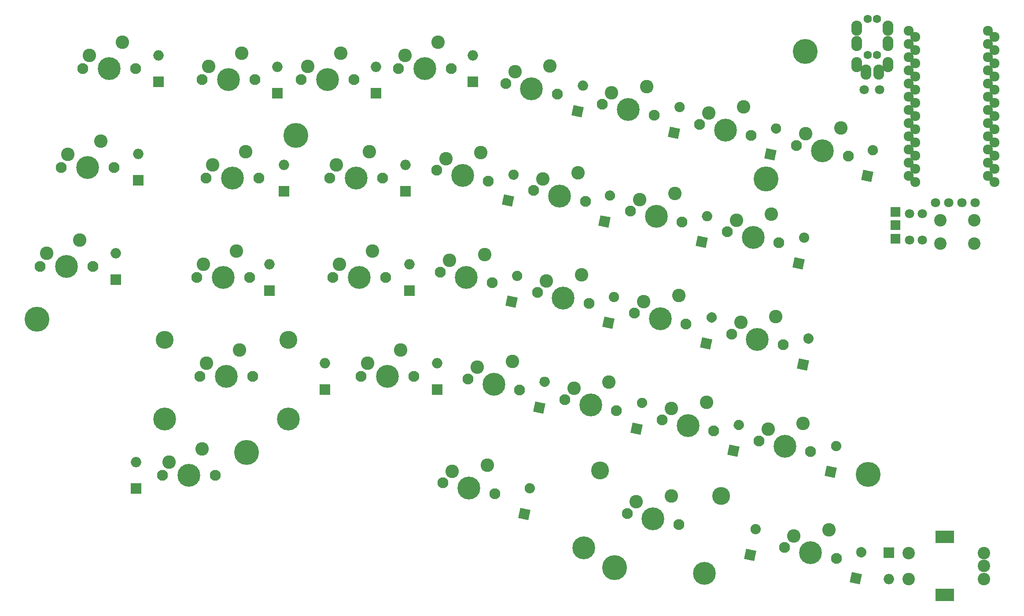
<source format=gts>
G04 #@! TF.GenerationSoftware,KiCad,Pcbnew,(5.1.6)-1*
G04 #@! TF.CreationDate,2020-10-03T18:09:44-07:00*
G04 #@! TF.ProjectId,Alipt-Keyboard-Left,416c6970-742d-44b6-9579-626f6172642d,rev?*
G04 #@! TF.SameCoordinates,Original*
G04 #@! TF.FileFunction,Soldermask,Top*
G04 #@! TF.FilePolarity,Negative*
%FSLAX46Y46*%
G04 Gerber Fmt 4.6, Leading zero omitted, Abs format (unit mm)*
G04 Created by KiCad (PCBNEW (5.1.6)-1) date 2020-10-03 18:09:44*
%MOMM*%
%LPD*%
G01*
G04 APERTURE LIST*
%ADD10C,4.800000*%
%ADD11C,2.600000*%
%ADD12C,4.400000*%
%ADD13C,2.100000*%
%ADD14C,1.924000*%
%ADD15O,2.000000X2.000000*%
%ADD16R,2.000000X2.000000*%
%ADD17C,0.100000*%
%ADD18R,1.924000X1.924000*%
%ADD19O,2.100000X2.900000*%
%ADD20C,1.600000*%
%ADD21C,1.797000*%
%ADD22C,3.450000*%
%ADD23C,2.400000*%
%ADD24R,3.600000X2.400000*%
G04 APERTURE END LIST*
D10*
X151638000Y-150368000D03*
X40513004Y-102489003D03*
D11*
X192849500Y-143065500D03*
X186110167Y-144229756D03*
D12*
X189308814Y-147506394D03*
D13*
X184339824Y-146450203D03*
X194277804Y-148562586D03*
D10*
X188277500Y-50927000D03*
X180721000Y-75501500D03*
X90360504Y-67119500D03*
X80835496Y-128142993D03*
X200405991Y-132397505D03*
D14*
X223399500Y-46952000D03*
X223399500Y-49492000D03*
X223399500Y-52032000D03*
X223399500Y-54572000D03*
X223399500Y-57112000D03*
X223399500Y-59652000D03*
X223399500Y-62192000D03*
X223399500Y-64732000D03*
X223399500Y-67272000D03*
X223399500Y-69812000D03*
X223399500Y-72352000D03*
X223399500Y-74892000D03*
X208159500Y-74892000D03*
X208159500Y-72352000D03*
X208159500Y-69812000D03*
X208159500Y-67272000D03*
X208159500Y-64732000D03*
X208159500Y-62192000D03*
X208159500Y-59652000D03*
X208159500Y-57112000D03*
X208159500Y-54572000D03*
X208159500Y-52032000D03*
X208159500Y-49492000D03*
X208159500Y-46952000D03*
X224698315Y-58307745D03*
X224698315Y-63387745D03*
X209458315Y-48147745D03*
X224698315Y-50687745D03*
X224698315Y-73547745D03*
X209458315Y-76087745D03*
X224698315Y-65927745D03*
X224698315Y-68467745D03*
X209458315Y-65927745D03*
X209458315Y-71007745D03*
X209458315Y-58307745D03*
X209458315Y-55767745D03*
X209458315Y-50687745D03*
X209458315Y-60847745D03*
X224698315Y-76087745D03*
X209458315Y-68467745D03*
X224698315Y-48147745D03*
X224698315Y-53227745D03*
X209458315Y-73547745D03*
X224698315Y-55767745D03*
X224698315Y-60847745D03*
X209458315Y-63387745D03*
X224698315Y-71007745D03*
X209458315Y-53227745D03*
D15*
X204406500Y-152527000D03*
D16*
X204406500Y-147447000D03*
G36*
G01*
X198851327Y-148373411D02*
X198851327Y-148373411D01*
G75*
G02*
X198081091Y-147187351I207912J978148D01*
G01*
X198081091Y-147187351D01*
G75*
G02*
X199267151Y-146417115I978148J-207912D01*
G01*
X199267151Y-146417115D01*
G75*
G02*
X200037387Y-147603175I-207912J-978148D01*
G01*
X200037387Y-147603175D01*
G75*
G02*
X198851327Y-148373411I-978148J207912D01*
G01*
G37*
D17*
G36*
X198773284Y-153550312D02*
G01*
X196816989Y-153134489D01*
X197232812Y-151178194D01*
X199189107Y-151594017D01*
X198773284Y-153550312D01*
G37*
G36*
G01*
X178531327Y-143928411D02*
X178531327Y-143928411D01*
G75*
G02*
X177761091Y-142742351I207912J978148D01*
G01*
X177761091Y-142742351D01*
G75*
G02*
X178947151Y-141972115I978148J-207912D01*
G01*
X178947151Y-141972115D01*
G75*
G02*
X179717387Y-143158175I-207912J-978148D01*
G01*
X179717387Y-143158175D01*
G75*
G02*
X178531327Y-143928411I-978148J207912D01*
G01*
G37*
G36*
X178453284Y-149105312D02*
G01*
X176496989Y-148689489D01*
X176912812Y-146733194D01*
X178869107Y-147149017D01*
X178453284Y-149105312D01*
G37*
G36*
G01*
X135097327Y-136054411D02*
X135097327Y-136054411D01*
G75*
G02*
X134327091Y-134868351I207912J978148D01*
G01*
X134327091Y-134868351D01*
G75*
G02*
X135513151Y-134098115I978148J-207912D01*
G01*
X135513151Y-134098115D01*
G75*
G02*
X136283387Y-135284175I-207912J-978148D01*
G01*
X136283387Y-135284175D01*
G75*
G02*
X135097327Y-136054411I-978148J207912D01*
G01*
G37*
G36*
X135019284Y-141231312D02*
G01*
X133062989Y-140815489D01*
X133478812Y-138859194D01*
X135435107Y-139275017D01*
X135019284Y-141231312D01*
G37*
D15*
X59626500Y-130048000D03*
D16*
X59626500Y-135128000D03*
G36*
G01*
X194025327Y-127926411D02*
X194025327Y-127926411D01*
G75*
G02*
X193255091Y-126740351I207912J978148D01*
G01*
X193255091Y-126740351D01*
G75*
G02*
X194441151Y-125970115I978148J-207912D01*
G01*
X194441151Y-125970115D01*
G75*
G02*
X195211387Y-127156175I-207912J-978148D01*
G01*
X195211387Y-127156175D01*
G75*
G02*
X194025327Y-127926411I-978148J207912D01*
G01*
G37*
D17*
G36*
X193947284Y-133103312D02*
G01*
X191990989Y-132687489D01*
X192406812Y-130731194D01*
X194363107Y-131147017D01*
X193947284Y-133103312D01*
G37*
G36*
G01*
X175292827Y-123862411D02*
X175292827Y-123862411D01*
G75*
G02*
X174522591Y-122676351I207912J978148D01*
G01*
X174522591Y-122676351D01*
G75*
G02*
X175708651Y-121906115I978148J-207912D01*
G01*
X175708651Y-121906115D01*
G75*
G02*
X176478887Y-123092175I-207912J-978148D01*
G01*
X176478887Y-123092175D01*
G75*
G02*
X175292827Y-123862411I-978148J207912D01*
G01*
G37*
G36*
X175214784Y-129039312D02*
G01*
X173258489Y-128623489D01*
X173674312Y-126667194D01*
X175630607Y-127083017D01*
X175214784Y-129039312D01*
G37*
G36*
G01*
X156687327Y-119607911D02*
X156687327Y-119607911D01*
G75*
G02*
X155917091Y-118421851I207912J978148D01*
G01*
X155917091Y-118421851D01*
G75*
G02*
X157103151Y-117651615I978148J-207912D01*
G01*
X157103151Y-117651615D01*
G75*
G02*
X157873387Y-118837675I-207912J-978148D01*
G01*
X157873387Y-118837675D01*
G75*
G02*
X156687327Y-119607911I-978148J207912D01*
G01*
G37*
G36*
X156609284Y-124784812D02*
G01*
X154652989Y-124368989D01*
X155068812Y-122412694D01*
X157025107Y-122828517D01*
X156609284Y-124784812D01*
G37*
G36*
G01*
X137954827Y-115543911D02*
X137954827Y-115543911D01*
G75*
G02*
X137184591Y-114357851I207912J978148D01*
G01*
X137184591Y-114357851D01*
G75*
G02*
X138370651Y-113587615I978148J-207912D01*
G01*
X138370651Y-113587615D01*
G75*
G02*
X139140887Y-114773675I-207912J-978148D01*
G01*
X139140887Y-114773675D01*
G75*
G02*
X137954827Y-115543911I-978148J207912D01*
G01*
G37*
G36*
X137876784Y-120720812D02*
G01*
X135920489Y-120304989D01*
X136336312Y-118348694D01*
X138292607Y-118764517D01*
X137876784Y-120720812D01*
G37*
D15*
X117475000Y-110998000D03*
D16*
X117475000Y-116078000D03*
D15*
X95885000Y-110998000D03*
D16*
X95885000Y-116078000D03*
D15*
X55689500Y-89852500D03*
D16*
X55689500Y-94932500D03*
G36*
G01*
X188691327Y-107225411D02*
X188691327Y-107225411D01*
G75*
G02*
X187921091Y-106039351I207912J978148D01*
G01*
X187921091Y-106039351D01*
G75*
G02*
X189107151Y-105269115I978148J-207912D01*
G01*
X189107151Y-105269115D01*
G75*
G02*
X189877387Y-106455175I-207912J-978148D01*
G01*
X189877387Y-106455175D01*
G75*
G02*
X188691327Y-107225411I-978148J207912D01*
G01*
G37*
D17*
G36*
X188613284Y-112402312D02*
G01*
X186656989Y-111986489D01*
X187072812Y-110030194D01*
X189029107Y-110446017D01*
X188613284Y-112402312D01*
G37*
G36*
G01*
X170085827Y-103161411D02*
X170085827Y-103161411D01*
G75*
G02*
X169315591Y-101975351I207912J978148D01*
G01*
X169315591Y-101975351D01*
G75*
G02*
X170501651Y-101205115I978148J-207912D01*
G01*
X170501651Y-101205115D01*
G75*
G02*
X171271887Y-102391175I-207912J-978148D01*
G01*
X171271887Y-102391175D01*
G75*
G02*
X170085827Y-103161411I-978148J207912D01*
G01*
G37*
G36*
X170007784Y-108338312D02*
G01*
X168051489Y-107922489D01*
X168467312Y-105966194D01*
X170423607Y-106382017D01*
X170007784Y-108338312D01*
G37*
G36*
G01*
X151289827Y-99224411D02*
X151289827Y-99224411D01*
G75*
G02*
X150519591Y-98038351I207912J978148D01*
G01*
X150519591Y-98038351D01*
G75*
G02*
X151705651Y-97268115I978148J-207912D01*
G01*
X151705651Y-97268115D01*
G75*
G02*
X152475887Y-98454175I-207912J-978148D01*
G01*
X152475887Y-98454175D01*
G75*
G02*
X151289827Y-99224411I-978148J207912D01*
G01*
G37*
G36*
X151211784Y-104401312D02*
G01*
X149255489Y-103985489D01*
X149671312Y-102029194D01*
X151627607Y-102445017D01*
X151211784Y-104401312D01*
G37*
G36*
G01*
X132684327Y-95160411D02*
X132684327Y-95160411D01*
G75*
G02*
X131914091Y-93974351I207912J978148D01*
G01*
X131914091Y-93974351D01*
G75*
G02*
X133100151Y-93204115I978148J-207912D01*
G01*
X133100151Y-93204115D01*
G75*
G02*
X133870387Y-94390175I-207912J-978148D01*
G01*
X133870387Y-94390175D01*
G75*
G02*
X132684327Y-95160411I-978148J207912D01*
G01*
G37*
G36*
X132606284Y-100337312D02*
G01*
X130649989Y-99921489D01*
X131065812Y-97965194D01*
X133022107Y-98381017D01*
X132606284Y-100337312D01*
G37*
D15*
X112204500Y-91948000D03*
D16*
X112204500Y-97028000D03*
D15*
X85280500Y-91948000D03*
D16*
X85280500Y-97028000D03*
D15*
X60007500Y-70675500D03*
D16*
X60007500Y-75755500D03*
G36*
G01*
X187865827Y-87794411D02*
X187865827Y-87794411D01*
G75*
G02*
X187095591Y-86608351I207912J978148D01*
G01*
X187095591Y-86608351D01*
G75*
G02*
X188281651Y-85838115I978148J-207912D01*
G01*
X188281651Y-85838115D01*
G75*
G02*
X189051887Y-87024175I-207912J-978148D01*
G01*
X189051887Y-87024175D01*
G75*
G02*
X187865827Y-87794411I-978148J207912D01*
G01*
G37*
D17*
G36*
X187787784Y-92971312D02*
G01*
X185831489Y-92555489D01*
X186247312Y-90599194D01*
X188203607Y-91015017D01*
X187787784Y-92971312D01*
G37*
G36*
G01*
X169196827Y-83666911D02*
X169196827Y-83666911D01*
G75*
G02*
X168426591Y-82480851I207912J978148D01*
G01*
X168426591Y-82480851D01*
G75*
G02*
X169612651Y-81710615I978148J-207912D01*
G01*
X169612651Y-81710615D01*
G75*
G02*
X170382887Y-82896675I-207912J-978148D01*
G01*
X170382887Y-82896675D01*
G75*
G02*
X169196827Y-83666911I-978148J207912D01*
G01*
G37*
G36*
X169118784Y-88843812D02*
G01*
X167162489Y-88427989D01*
X167578312Y-86471694D01*
X169534607Y-86887517D01*
X169118784Y-88843812D01*
G37*
G36*
G01*
X150517779Y-79702158D02*
X150517779Y-79702158D01*
G75*
G02*
X149747543Y-78516098I207912J978148D01*
G01*
X149747543Y-78516098D01*
G75*
G02*
X150933603Y-77745862I978148J-207912D01*
G01*
X150933603Y-77745862D01*
G75*
G02*
X151703839Y-78931922I-207912J-978148D01*
G01*
X151703839Y-78931922D01*
G75*
G02*
X150517779Y-79702158I-978148J207912D01*
G01*
G37*
G36*
X150439736Y-84879059D02*
G01*
X148483441Y-84463236D01*
X148899264Y-82506941D01*
X150855559Y-82922764D01*
X150439736Y-84879059D01*
G37*
G36*
G01*
X131985827Y-75665911D02*
X131985827Y-75665911D01*
G75*
G02*
X131215591Y-74479851I207912J978148D01*
G01*
X131215591Y-74479851D01*
G75*
G02*
X132401651Y-73709615I978148J-207912D01*
G01*
X132401651Y-73709615D01*
G75*
G02*
X133171887Y-74895675I-207912J-978148D01*
G01*
X133171887Y-74895675D01*
G75*
G02*
X131985827Y-75665911I-978148J207912D01*
G01*
G37*
G36*
X131907784Y-80842812D02*
G01*
X129951489Y-80426989D01*
X130367312Y-78470694D01*
X132323607Y-78886517D01*
X131907784Y-80842812D01*
G37*
D16*
X111442500Y-77914500D03*
D15*
X111442500Y-72834500D03*
X88011000Y-72834500D03*
D16*
X88011000Y-77914500D03*
D15*
X63944500Y-51689000D03*
D16*
X63944500Y-56769000D03*
G36*
G01*
X201073827Y-70966911D02*
X201073827Y-70966911D01*
G75*
G02*
X200303591Y-69780851I207912J978148D01*
G01*
X200303591Y-69780851D01*
G75*
G02*
X201489651Y-69010615I978148J-207912D01*
G01*
X201489651Y-69010615D01*
G75*
G02*
X202259887Y-70196675I-207912J-978148D01*
G01*
X202259887Y-70196675D01*
G75*
G02*
X201073827Y-70966911I-978148J207912D01*
G01*
G37*
D17*
G36*
X200995784Y-76143812D02*
G01*
X199039489Y-75727989D01*
X199455312Y-73771694D01*
X201411607Y-74187517D01*
X200995784Y-76143812D01*
G37*
G36*
G01*
X182468327Y-66775911D02*
X182468327Y-66775911D01*
G75*
G02*
X181698091Y-65589851I207912J978148D01*
G01*
X181698091Y-65589851D01*
G75*
G02*
X182884151Y-64819615I978148J-207912D01*
G01*
X182884151Y-64819615D01*
G75*
G02*
X183654387Y-66005675I-207912J-978148D01*
G01*
X183654387Y-66005675D01*
G75*
G02*
X182468327Y-66775911I-978148J207912D01*
G01*
G37*
G36*
X182390284Y-71952812D02*
G01*
X180433989Y-71536989D01*
X180849812Y-69580694D01*
X182806107Y-69996517D01*
X182390284Y-71952812D01*
G37*
G36*
G01*
X163926327Y-62648411D02*
X163926327Y-62648411D01*
G75*
G02*
X163156091Y-61462351I207912J978148D01*
G01*
X163156091Y-61462351D01*
G75*
G02*
X164342151Y-60692115I978148J-207912D01*
G01*
X164342151Y-60692115D01*
G75*
G02*
X165112387Y-61878175I-207912J-978148D01*
G01*
X165112387Y-61878175D01*
G75*
G02*
X163926327Y-62648411I-978148J207912D01*
G01*
G37*
G36*
X163848284Y-67825312D02*
G01*
X161891989Y-67409489D01*
X162307812Y-65453194D01*
X164264107Y-65869017D01*
X163848284Y-67825312D01*
G37*
G36*
G01*
X145320827Y-58520911D02*
X145320827Y-58520911D01*
G75*
G02*
X144550591Y-57334851I207912J978148D01*
G01*
X144550591Y-57334851D01*
G75*
G02*
X145736651Y-56564615I978148J-207912D01*
G01*
X145736651Y-56564615D01*
G75*
G02*
X146506887Y-57750675I-207912J-978148D01*
G01*
X146506887Y-57750675D01*
G75*
G02*
X145320827Y-58520911I-978148J207912D01*
G01*
G37*
G36*
X145242784Y-63697812D02*
G01*
X143286489Y-63281989D01*
X143702312Y-61325694D01*
X145658607Y-61741517D01*
X145242784Y-63697812D01*
G37*
D15*
X124396500Y-51689000D03*
D16*
X124396500Y-56769000D03*
D15*
X105727500Y-53911500D03*
D16*
X105727500Y-58991500D03*
D15*
X86741000Y-53911500D03*
D16*
X86741000Y-58991500D03*
D11*
X78867000Y-89408000D03*
X72517000Y-91948000D03*
D12*
X76327000Y-94488000D03*
D13*
X71247000Y-94488000D03*
X81407000Y-94488000D03*
D18*
X205676500Y-86991500D03*
X205676500Y-84391500D03*
X205676500Y-81891500D03*
D19*
X199957000Y-54980000D03*
X204157000Y-53480000D03*
X204157000Y-49480000D03*
X204157000Y-46480000D03*
D20*
X202057000Y-51680000D03*
X202057000Y-44680000D03*
D19*
X198207000Y-49480000D03*
X198207000Y-46480000D03*
X202407000Y-54980000D03*
X198207000Y-53480000D03*
D20*
X200307000Y-44680000D03*
X200307000Y-51680000D03*
D21*
X213360000Y-80073500D03*
X215900000Y-80073500D03*
X218440000Y-80073500D03*
X220980000Y-80073500D03*
X202565008Y-58356500D03*
X199644000Y-58356502D03*
X208328217Y-82232459D03*
X208328217Y-87312459D03*
X210826951Y-87312463D03*
X210826951Y-82232463D03*
D13*
X82486500Y-56388000D03*
X72326500Y-56388000D03*
D12*
X77406500Y-56388000D03*
D11*
X73596500Y-53848000D03*
X79946500Y-51308000D03*
D13*
X101536500Y-56388000D03*
X91376500Y-56388000D03*
D12*
X96456500Y-56388000D03*
D11*
X92646500Y-53848000D03*
X98996500Y-51308000D03*
X117665500Y-49149000D03*
X111315500Y-51689000D03*
D12*
X115125500Y-54229000D03*
D13*
X110045500Y-54229000D03*
X120205500Y-54229000D03*
X140620304Y-59218086D03*
X130682324Y-57105703D03*
D12*
X135651314Y-58161894D03*
D11*
X132452667Y-54885256D03*
X139192000Y-53721000D03*
D13*
X159225804Y-63218586D03*
X149287824Y-61106203D03*
D12*
X154256814Y-62162394D03*
D11*
X151058167Y-58885756D03*
X157797500Y-57721500D03*
X176466500Y-61658500D03*
X169727167Y-62822756D03*
D12*
X172925814Y-66099394D03*
D13*
X167956824Y-65043203D03*
X177894804Y-67155586D03*
D11*
X195135500Y-65659000D03*
X188396167Y-66823256D03*
D12*
X191594814Y-70099894D03*
D13*
X186625824Y-69043703D03*
X196563804Y-71156086D03*
D11*
X56959500Y-49149000D03*
X50609500Y-51689000D03*
D12*
X54419500Y-54229000D03*
D13*
X49339500Y-54229000D03*
X59499500Y-54229000D03*
X83185000Y-75374500D03*
X73025000Y-75374500D03*
D12*
X78105000Y-75374500D03*
D11*
X74295000Y-72834500D03*
X80645000Y-70294500D03*
D13*
X106997500Y-75374500D03*
X96837500Y-75374500D03*
D12*
X101917500Y-75374500D03*
D11*
X98107500Y-72834500D03*
X104457500Y-70294500D03*
X125920500Y-70421500D03*
X119181167Y-71585756D03*
D12*
X122379814Y-74862394D03*
D13*
X117410824Y-73806203D03*
X127348804Y-75918586D03*
D11*
X144589500Y-74358500D03*
X137850167Y-75522756D03*
D12*
X141048814Y-78799394D03*
D13*
X136079824Y-77743203D03*
X146017804Y-79855586D03*
D11*
X163179686Y-78299606D03*
X156440353Y-79463862D03*
D12*
X159639000Y-82740500D03*
D13*
X154670010Y-81684309D03*
X164607990Y-83796692D03*
X183228804Y-87793086D03*
X173290824Y-85680703D03*
D12*
X178259814Y-86736894D03*
D11*
X175061167Y-83460256D03*
X181800500Y-82296000D03*
D13*
X55372000Y-73342500D03*
X45212000Y-73342500D03*
D12*
X50292000Y-73342500D03*
D11*
X46482000Y-70802500D03*
X52832000Y-68262500D03*
D13*
X107632500Y-94488000D03*
X97472500Y-94488000D03*
D12*
X102552500Y-94488000D03*
D11*
X98742500Y-91948000D03*
X105092500Y-89408000D03*
X126619000Y-90043000D03*
X119879667Y-91207256D03*
D12*
X123078314Y-94483894D03*
D13*
X118109324Y-93427703D03*
X128047304Y-95540086D03*
X146700990Y-99481192D03*
X136763010Y-97368809D03*
D12*
X141732000Y-98425000D03*
D11*
X138533353Y-95148362D03*
X145272686Y-93984106D03*
D13*
X165369990Y-103481692D03*
X155432010Y-101369309D03*
D12*
X160401000Y-102425500D03*
D11*
X157202353Y-99148862D03*
X163941686Y-97984606D03*
X182626000Y-101981000D03*
X175886667Y-103145256D03*
D12*
X179085314Y-106421894D03*
D13*
X174116324Y-105365703D03*
X184054304Y-107478086D03*
D11*
X48768000Y-87312500D03*
X42418000Y-89852500D03*
D12*
X46228000Y-92392500D03*
D13*
X41148000Y-92392500D03*
X51308000Y-92392500D03*
D22*
X88862000Y-106538000D03*
X65062000Y-106538000D03*
D12*
X65062000Y-121778000D03*
X88862000Y-121778000D03*
D13*
X82042000Y-113538000D03*
X71882000Y-113538000D03*
D12*
X76962000Y-113538000D03*
D11*
X73152000Y-110998000D03*
X79502000Y-108458000D03*
D13*
X113030000Y-113538000D03*
X102870000Y-113538000D03*
D12*
X107950000Y-113538000D03*
D11*
X104140000Y-110998000D03*
X110490000Y-108458000D03*
D13*
X133365990Y-116118192D03*
X123428010Y-114005809D03*
D12*
X128397000Y-115062000D03*
D11*
X125198353Y-111785362D03*
X131937686Y-110621106D03*
X150558500Y-114617500D03*
X143819167Y-115781756D03*
D12*
X147017814Y-119058394D03*
D13*
X142048824Y-118002203D03*
X151986804Y-120114586D03*
X170703990Y-124051586D03*
X160766010Y-121939203D03*
D12*
X165735000Y-122995394D03*
D11*
X162536353Y-119718756D03*
X169275686Y-118554500D03*
X187896500Y-122555000D03*
X181157167Y-123719256D03*
D12*
X184355814Y-126995894D03*
D13*
X179386824Y-125939703D03*
X189324804Y-128052086D03*
D11*
X72326500Y-127508000D03*
X65976500Y-130048000D03*
D12*
X69786500Y-132588000D03*
D13*
X64706500Y-132588000D03*
X74866500Y-132588000D03*
D11*
X127127000Y-130619500D03*
X120387667Y-131783756D03*
D12*
X123586314Y-135060394D03*
D13*
X118617324Y-134004203D03*
X128555304Y-136116586D03*
D11*
X162544686Y-136529106D03*
X155805353Y-137693362D03*
D12*
X159004000Y-140970000D03*
D13*
X154035010Y-139913809D03*
X163972990Y-142026192D03*
D12*
X168930764Y-151504085D03*
X145650851Y-146555787D03*
D22*
X148819425Y-131648818D03*
X172099338Y-136597116D03*
D23*
X222638000Y-152550500D03*
X222638000Y-150050500D03*
X222638000Y-147550500D03*
D24*
X215138000Y-155650500D03*
X215138000Y-144450500D03*
D23*
X208138000Y-152550500D03*
X208138000Y-147550500D03*
X214249000Y-87939000D03*
X214249000Y-83439000D03*
X220749000Y-87939000D03*
X220749000Y-83439000D03*
M02*

</source>
